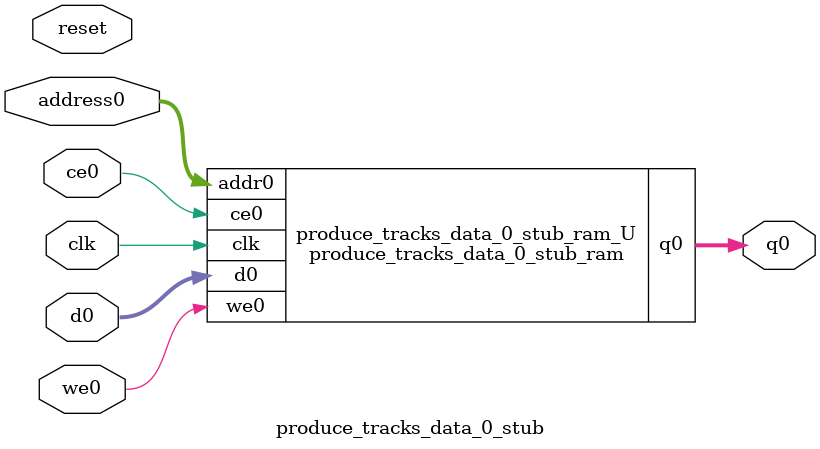
<source format=v>
`timescale 1 ns / 1 ps
module produce_tracks_data_0_stub_ram (addr0, ce0, d0, we0, q0,  clk);

parameter DWIDTH = 32;
parameter AWIDTH = 4;
parameter MEM_SIZE = 16;

input[AWIDTH-1:0] addr0;
input ce0;
input[DWIDTH-1:0] d0;
input we0;
output reg[DWIDTH-1:0] q0;
input clk;

(* ram_style = "distributed" *)reg [DWIDTH-1:0] ram[0:MEM_SIZE-1];




always @(posedge clk)  
begin 
    if (ce0) 
    begin
        if (we0) 
        begin 
            ram[addr0] <= d0; 
        end 
        q0 <= ram[addr0];
    end
end


endmodule

`timescale 1 ns / 1 ps
module produce_tracks_data_0_stub(
    reset,
    clk,
    address0,
    ce0,
    we0,
    d0,
    q0);

parameter DataWidth = 32'd32;
parameter AddressRange = 32'd16;
parameter AddressWidth = 32'd4;
input reset;
input clk;
input[AddressWidth - 1:0] address0;
input ce0;
input we0;
input[DataWidth - 1:0] d0;
output[DataWidth - 1:0] q0;



produce_tracks_data_0_stub_ram produce_tracks_data_0_stub_ram_U(
    .clk( clk ),
    .addr0( address0 ),
    .ce0( ce0 ),
    .we0( we0 ),
    .d0( d0 ),
    .q0( q0 ));

endmodule


</source>
